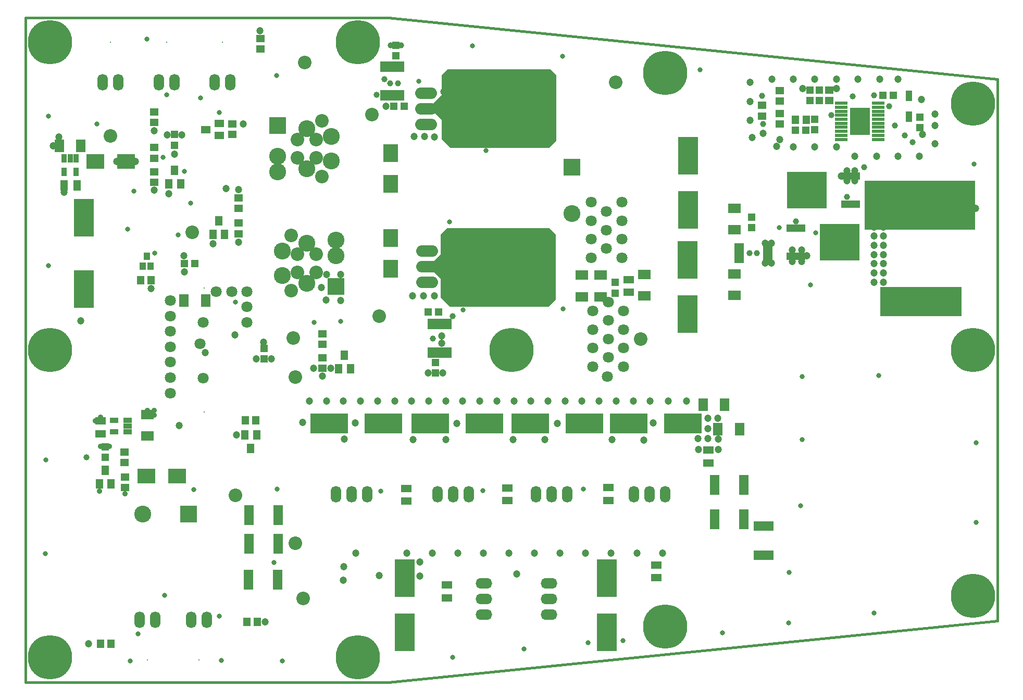
<source format=gts>
G04 Layer_Color=8388736*
%FSLAX44Y44*%
%MOMM*%
G71*
G01*
G75*
%ADD38C,0.4000*%
%ADD71R,18.0000X8.0000*%
%ADD72R,1.5032X2.1032*%
%ADD73R,2.1032X1.5032*%
%ADD74R,1.2032X1.2032*%
%ADD75R,1.7032X1.2032*%
%ADD76R,6.2032X3.2032*%
%ADD77R,3.2032X6.2032*%
%ADD78R,1.2032X1.2032*%
%ADD79R,1.2032X1.7032*%
%ADD80R,3.0032X2.4032*%
%ADD81R,1.2192X1.6256*%
%ADD82R,1.0160X1.8034*%
%ADD83R,2.4032X3.0032*%
%ADD84R,13.2032X4.7032*%
%ADD85R,3.1032X1.3032*%
%ADD86R,6.4032X5.9032*%
%ADD87R,1.6256X1.2192*%
%ADD88R,1.0032X1.2032*%
%ADD89R,1.3208X1.2192*%
%ADD90R,1.2192X1.3208*%
%ADD91R,1.6256X3.2766*%
%ADD92R,1.3208X0.8636*%
%ADD93R,2.1032X0.6232*%
%ADD94R,3.2032X4.4032*%
%ADD95R,0.6432X1.7532*%
%ADD96R,0.8636X1.3208*%
%ADD97R,3.2766X1.6256*%
%ADD98C,2.7432*%
%ADD99R,2.7432X2.7432*%
%ADD100C,2.2032*%
%ADD101C,0.2032*%
%ADD102O,1.7032X2.7032*%
%ADD103O,2.7032X1.7032*%
%ADD104C,7.2032*%
%ADD105R,2.7432X2.7432*%
%ADD106C,3.5052*%
%ADD107O,3.5560X1.8796*%
%ADD108C,0.8032*%
%ADD109C,0.9032*%
%ADD110C,1.0032*%
%ADD111C,1.2032*%
%ADD112C,1.8032*%
G36*
X1072000Y988000D02*
Y882000D01*
X1060000Y870000D01*
X900000D01*
X885000Y885000D01*
X885000Y915000D01*
X871000Y929000D01*
Y942000D01*
X885000Y956000D01*
Y988000D01*
X895000Y998000D01*
X1062000D01*
X1072000Y988000D01*
D02*
G37*
G36*
X1073000Y1246000D02*
Y1140000D01*
X1061000Y1128000D01*
X901000D01*
X886000Y1143000D01*
X886000Y1174000D01*
X872000Y1188000D01*
X872000Y1200000D01*
X886000Y1214000D01*
Y1246000D01*
X896000Y1256000D01*
X1063000D01*
X1073000Y1246000D01*
D02*
G37*
D38*
X1790000Y360000D02*
Y1240000D01*
X800000Y1340000D02*
X1790000Y1240000D01*
X210000Y1340000D02*
X800000D01*
Y260000D02*
X1790000Y360000D01*
X210000Y260000D02*
X800000D01*
X210000D02*
Y1340000D01*
D71*
X1664000Y1035000D02*
D03*
D72*
X467500Y880000D02*
D03*
X502500D02*
D03*
X1335250Y671500D02*
D03*
X1370250D02*
D03*
X1311500Y711000D02*
D03*
X1346500D02*
D03*
X264500Y1132000D02*
D03*
X299500D02*
D03*
D73*
X1114000Y921500D02*
D03*
Y886500D02*
D03*
X1145000Y921500D02*
D03*
Y886500D02*
D03*
X407750Y695250D02*
D03*
Y660250D02*
D03*
X1362000Y923500D02*
D03*
Y888500D02*
D03*
X1216000Y922500D02*
D03*
Y887500D02*
D03*
X1362000Y995500D02*
D03*
Y1030500D02*
D03*
D74*
X339000Y625500D02*
D03*
Y642500D02*
D03*
X1168000Y909500D02*
D03*
Y892500D02*
D03*
X1390000Y1015500D02*
D03*
Y998500D02*
D03*
X1664000Y1178500D02*
D03*
Y1161500D02*
D03*
X812250Y1278250D02*
D03*
Y1295250D02*
D03*
X1500000Y1222500D02*
D03*
Y1205500D02*
D03*
X1485000D02*
D03*
Y1222500D02*
D03*
X1493000Y1175000D02*
D03*
Y1158000D02*
D03*
X876250Y762500D02*
D03*
Y779500D02*
D03*
X597250Y802750D02*
D03*
Y785750D02*
D03*
X452000Y1150000D02*
D03*
Y1133000D02*
D03*
D75*
X332000Y663750D02*
D03*
Y684750D02*
D03*
X993250Y554750D02*
D03*
Y575750D02*
D03*
X1157250Y555250D02*
D03*
Y576250D02*
D03*
X828500Y554000D02*
D03*
Y575000D02*
D03*
X1235000Y429500D02*
D03*
Y450500D02*
D03*
X895000Y397000D02*
D03*
Y418000D02*
D03*
X1190000Y893500D02*
D03*
Y914500D02*
D03*
X1320000Y616500D02*
D03*
Y637500D02*
D03*
D76*
X1190000Y680750D02*
D03*
X1278000D02*
D03*
X1030500D02*
D03*
X1118500D02*
D03*
X867500D02*
D03*
X955500D02*
D03*
X703750D02*
D03*
X791750D02*
D03*
D77*
X1155000Y429000D02*
D03*
Y341000D02*
D03*
X826500Y429000D02*
D03*
Y341000D02*
D03*
X1286000Y946000D02*
D03*
Y858000D02*
D03*
X1287000Y1028000D02*
D03*
Y1116000D02*
D03*
X305000Y899000D02*
D03*
Y1015000D02*
D03*
D78*
X825250Y1196250D02*
D03*
X808250D02*
D03*
X1603500Y1214000D02*
D03*
X1620500D02*
D03*
X485000Y940500D02*
D03*
X468000D02*
D03*
X1461500Y1157000D02*
D03*
X1478500D02*
D03*
X881500Y862000D02*
D03*
X864500D02*
D03*
D79*
X293750Y1067750D02*
D03*
X272750D02*
D03*
D80*
X406000Y595000D02*
D03*
X456000D02*
D03*
X373250Y1106500D02*
D03*
X323250D02*
D03*
D81*
X339500Y604676D02*
D03*
X349152Y582500D02*
D03*
X330000D02*
D03*
X524000Y1009926D02*
D03*
X533652Y987750D02*
D03*
X514500D02*
D03*
X728250Y791676D02*
D03*
X737902Y769500D02*
D03*
X718750D02*
D03*
X452250Y1091926D02*
D03*
X461902Y1069750D02*
D03*
X442750D02*
D03*
X576000Y639574D02*
D03*
X566348Y661750D02*
D03*
X585500D02*
D03*
D82*
X1646000Y1178982D02*
D03*
Y1213000D02*
D03*
D83*
X803000Y1070000D02*
D03*
Y1120000D02*
D03*
Y982000D02*
D03*
Y932000D02*
D03*
D84*
X1665000Y1049000D02*
D03*
Y879000D02*
D03*
D85*
X1462000Y998360D02*
D03*
Y952640D02*
D03*
X1551000Y1037000D02*
D03*
Y1082720D02*
D03*
D86*
X1533000Y975500D02*
D03*
X1480000Y1059860D02*
D03*
D87*
X503074Y1158250D02*
D03*
X525250Y1167902D02*
D03*
Y1148750D02*
D03*
D88*
X400500Y936500D02*
D03*
X413500D02*
D03*
X407000Y952500D02*
D03*
D89*
X371000Y634136D02*
D03*
Y617000D02*
D03*
X371250Y593386D02*
D03*
Y576250D02*
D03*
X1407000Y1180364D02*
D03*
Y1197500D02*
D03*
X1436000Y1167364D02*
D03*
Y1184500D02*
D03*
X556500Y1047136D02*
D03*
Y1030000D02*
D03*
X1516000Y1205364D02*
D03*
Y1222500D02*
D03*
X1436000Y1204364D02*
D03*
Y1221500D02*
D03*
X556250Y1006136D02*
D03*
Y989000D02*
D03*
X546250Y1167136D02*
D03*
Y1150000D02*
D03*
X591500Y1289364D02*
D03*
Y1306500D02*
D03*
X692750Y826136D02*
D03*
Y809000D02*
D03*
Y787386D02*
D03*
Y770250D02*
D03*
X418750Y1128886D02*
D03*
Y1111750D02*
D03*
X418750Y1089386D02*
D03*
Y1072250D02*
D03*
Y1186886D02*
D03*
Y1169750D02*
D03*
D90*
X349136Y322500D02*
D03*
X332000D02*
D03*
X1478636Y1174000D02*
D03*
X1461500D02*
D03*
X567364Y685750D02*
D03*
X584500D02*
D03*
X569364Y357750D02*
D03*
X586500D02*
D03*
X396864Y913250D02*
D03*
X414000D02*
D03*
D91*
X1377372Y525000D02*
D03*
X1330250D02*
D03*
X1377372Y580250D02*
D03*
X1330250D02*
D03*
X573128Y531250D02*
D03*
X620250D02*
D03*
X573378Y484500D02*
D03*
X620500D02*
D03*
X1416622Y957000D02*
D03*
X1369500D02*
D03*
X572128Y426500D02*
D03*
X619250D02*
D03*
D92*
X376000Y666750D02*
D03*
X353824D02*
D03*
X376000Y676250D02*
D03*
Y685902D02*
D03*
X353824D02*
D03*
D93*
X1536000Y1201000D02*
D03*
Y1194396D02*
D03*
Y1187792D02*
D03*
Y1181442D02*
D03*
Y1174838D02*
D03*
Y1168488D02*
D03*
Y1161884D02*
D03*
Y1155280D02*
D03*
Y1148930D02*
D03*
Y1142326D02*
D03*
X1596000Y1142326D02*
D03*
Y1148930D02*
D03*
Y1155280D02*
D03*
Y1161884D02*
D03*
Y1168488D02*
D03*
Y1174838D02*
D03*
Y1181442D02*
D03*
Y1187792D02*
D03*
Y1194396D02*
D03*
Y1201000D02*
D03*
D94*
X1566000Y1171650D02*
D03*
D95*
X822000Y1260250D02*
D03*
X815500D02*
D03*
X809000D02*
D03*
X802500D02*
D03*
X796000D02*
D03*
X789500D02*
D03*
X822000Y1213750D02*
D03*
X815500D02*
D03*
X809000D02*
D03*
X802500D02*
D03*
X796000D02*
D03*
X789500D02*
D03*
X866750Y795500D02*
D03*
X873250D02*
D03*
X879750D02*
D03*
X886250D02*
D03*
X892750D02*
D03*
X899250D02*
D03*
X866750Y842000D02*
D03*
X873250D02*
D03*
X879750D02*
D03*
X886250D02*
D03*
X892750D02*
D03*
X899250D02*
D03*
D96*
X292000Y1111500D02*
D03*
Y1089324D02*
D03*
X282500Y1111500D02*
D03*
X272848D02*
D03*
Y1089324D02*
D03*
D97*
X1409250Y513622D02*
D03*
Y466500D02*
D03*
D98*
X1098000Y1022000D02*
D03*
X707000Y1147000D02*
D03*
Y1107000D02*
D03*
X667000Y1094500D02*
D03*
Y1159500D02*
D03*
X619500Y1114500D02*
D03*
Y1089500D02*
D03*
X627000Y921000D02*
D03*
Y961000D02*
D03*
X667000Y973500D02*
D03*
Y908500D02*
D03*
X714500Y953500D02*
D03*
Y978500D02*
D03*
X400000Y533000D02*
D03*
D99*
X1098000Y1097000D02*
D03*
X619500Y1164500D02*
D03*
X714500Y903500D02*
D03*
D100*
X648500Y756250D02*
D03*
X645000Y819000D02*
D03*
X481000Y991000D02*
D03*
X692000Y1172000D02*
D03*
Y1082000D02*
D03*
X652000Y1142000D02*
D03*
X682000D02*
D03*
Y1112000D02*
D03*
X652000D02*
D03*
X642000Y896000D02*
D03*
Y986000D02*
D03*
X682000Y926000D02*
D03*
X652000D02*
D03*
Y956000D02*
D03*
X682000D02*
D03*
X551000Y564000D02*
D03*
X648500Y485750D02*
D03*
X1169000Y1235000D02*
D03*
X772500Y1182500D02*
D03*
X1210000Y818000D02*
D03*
X664000Y1267000D02*
D03*
X785000Y855000D02*
D03*
X347500Y1148250D02*
D03*
X661250Y396250D02*
D03*
D101*
X530000Y1300000D02*
D03*
X492000Y296000D02*
D03*
X439500Y1300000D02*
D03*
X408000Y296000D02*
D03*
X348000Y1300000D02*
D03*
X500000Y699000D02*
D03*
Y901000D02*
D03*
D102*
X517300Y1235000D02*
D03*
X542700D02*
D03*
X504700Y361000D02*
D03*
X479300D02*
D03*
X426800Y1235000D02*
D03*
X452200D02*
D03*
X420700Y361000D02*
D03*
X395300D02*
D03*
X1199200Y565000D02*
D03*
X1250000D02*
D03*
X1224600D02*
D03*
X1039200D02*
D03*
X1090000D02*
D03*
X1064600D02*
D03*
X879200D02*
D03*
X930000D02*
D03*
X904600D02*
D03*
X714200D02*
D03*
X765000D02*
D03*
X739600D02*
D03*
X335300Y1235000D02*
D03*
X360700D02*
D03*
D103*
X1061000Y420400D02*
D03*
Y369600D02*
D03*
Y395000D02*
D03*
X955000Y420800D02*
D03*
Y370000D02*
D03*
Y395400D02*
D03*
D104*
X1000000Y800000D02*
D03*
X250000D02*
D03*
Y300000D02*
D03*
X750000D02*
D03*
X1250000Y350000D02*
D03*
X1750000Y400000D02*
D03*
Y800000D02*
D03*
Y1200000D02*
D03*
X1250000Y1250000D02*
D03*
X750000Y1300000D02*
D03*
X250000D02*
D03*
D105*
X475000Y533000D02*
D03*
D106*
X1021260Y1192250D02*
D03*
X1022510Y935500D02*
D03*
D107*
X861000Y1166850D02*
D03*
Y1192250D02*
D03*
Y1217650D02*
D03*
X862250Y910100D02*
D03*
Y935500D02*
D03*
Y960900D02*
D03*
D108*
X1566000Y1171650D02*
D03*
Y1179150D02*
D03*
Y1186650D02*
D03*
X1576000D02*
D03*
Y1179150D02*
D03*
Y1171650D02*
D03*
Y1164150D02*
D03*
Y1156650D02*
D03*
X1566000D02*
D03*
Y1164150D02*
D03*
X1556000Y1156650D02*
D03*
Y1164150D02*
D03*
Y1171650D02*
D03*
Y1179150D02*
D03*
Y1186650D02*
D03*
X1486000Y906000D02*
D03*
X1494000Y990000D02*
D03*
X1435000Y999000D02*
D03*
X393000Y338000D02*
D03*
X525000Y367000D02*
D03*
X433000Y1113000D02*
D03*
X468000Y1090000D02*
D03*
X420000Y957000D02*
D03*
X326000Y1167000D02*
D03*
X386000Y1058000D02*
D03*
X439000Y1215000D02*
D03*
X618000Y1246000D02*
D03*
X525000Y1186000D02*
D03*
X849000Y1237000D02*
D03*
X722000Y846000D02*
D03*
X679000Y845000D02*
D03*
X551000Y878000D02*
D03*
X458000Y987000D02*
D03*
X494000Y1210000D02*
D03*
X478000Y1039000D02*
D03*
X1306000Y1255000D02*
D03*
X1752000Y1102000D02*
D03*
X1084000Y867000D02*
D03*
X614000Y454000D02*
D03*
X376000Y996000D02*
D03*
X247000Y1180000D02*
D03*
Y937000D02*
D03*
X407000Y1305000D02*
D03*
X936000Y1294000D02*
D03*
X1083000Y1277000D02*
D03*
X899000Y1008000D02*
D03*
X958000Y1124000D02*
D03*
X921000Y865000D02*
D03*
X1117000Y574000D02*
D03*
X953000Y571000D02*
D03*
X787000Y570000D02*
D03*
X619000Y574000D02*
D03*
X483000Y573000D02*
D03*
X436000Y401000D02*
D03*
X243000Y621000D02*
D03*
X242000Y469000D02*
D03*
X380000Y294000D02*
D03*
X528000Y295000D02*
D03*
X627000Y294000D02*
D03*
X904000Y300000D02*
D03*
X1020000Y314000D02*
D03*
X1124000Y324000D02*
D03*
X1181000Y327000D02*
D03*
X1343000Y340000D02*
D03*
X1755000Y649000D02*
D03*
Y520000D02*
D03*
X1589000Y372000D02*
D03*
X1450000Y356000D02*
D03*
X1451000Y438000D02*
D03*
X1470000Y547000D02*
D03*
X1472000Y654000D02*
D03*
X1597000Y758000D02*
D03*
X1472000Y757000D02*
D03*
D109*
X419000Y694000D02*
D03*
Y702000D02*
D03*
X332000Y643000D02*
D03*
X371250Y566250D02*
D03*
X330000Y570000D02*
D03*
X346000Y643000D02*
D03*
X323250Y684750D02*
D03*
X332000Y691000D02*
D03*
X407750Y702000D02*
D03*
D110*
X1614000Y1196000D02*
D03*
X1573000Y1097000D02*
D03*
X1462000Y1009000D02*
D03*
X793250Y1240000D02*
D03*
X780250Y1215000D02*
D03*
X802500Y1233500D02*
D03*
X803500Y1295250D02*
D03*
X820750D02*
D03*
X872250Y818500D02*
D03*
X309250Y625750D02*
D03*
X1554000Y1212000D02*
D03*
X1623000Y1165000D02*
D03*
X1399000Y957500D02*
D03*
X1387000D02*
D03*
X1589000Y1214000D02*
D03*
X1519558Y1181442D02*
D03*
X1407000Y1213000D02*
D03*
X904000Y855250D02*
D03*
X815500Y1233000D02*
D03*
X1639000Y1149000D02*
D03*
X1408516Y1167362D02*
D03*
X1545250Y1048500D02*
D03*
X1652000Y1138000D02*
D03*
D111*
X264000Y1146000D02*
D03*
X255000Y1132000D02*
D03*
X536000Y1062000D02*
D03*
X1456000Y962000D02*
D03*
X1471000D02*
D03*
X1412000Y941000D02*
D03*
X1480000Y953000D02*
D03*
X1456000Y944000D02*
D03*
X1558000Y1075000D02*
D03*
Y1091000D02*
D03*
Y1115000D02*
D03*
X1593000D02*
D03*
X413750Y899750D02*
D03*
X300000Y847000D02*
D03*
X418750Y1060000D02*
D03*
X272750Y1056250D02*
D03*
X358250Y1106500D02*
D03*
X388250D02*
D03*
X418750Y1156250D02*
D03*
X459250Y677250D02*
D03*
X502250Y796000D02*
D03*
X585000Y785750D02*
D03*
X609500D02*
D03*
X705750Y770250D02*
D03*
X692750Y757500D02*
D03*
X678500Y770250D02*
D03*
X597000Y812250D02*
D03*
X886250Y810750D02*
D03*
X886250Y823000D02*
D03*
X888250Y762500D02*
D03*
X864000D02*
D03*
X552750Y661750D02*
D03*
X599750Y357750D02*
D03*
X591250Y1319000D02*
D03*
X563500Y1167500D02*
D03*
X796000Y1196000D02*
D03*
X1391000Y1145000D02*
D03*
X1493000Y1130000D02*
D03*
X1545000Y1091000D02*
D03*
Y1075000D02*
D03*
X1536000Y1083000D02*
D03*
X671250Y716750D02*
D03*
X746000Y681000D02*
D03*
X911000Y680250D02*
D03*
X1074750Y680500D02*
D03*
X1229750Y681250D02*
D03*
X660000Y682000D02*
D03*
X840000Y654500D02*
D03*
X1002750D02*
D03*
X1163250D02*
D03*
X1054250Y654000D02*
D03*
X1214750Y653500D02*
D03*
X893250Y654500D02*
D03*
X728250Y655250D02*
D03*
X698950Y716750D02*
D03*
X726650D02*
D03*
X754350D02*
D03*
X837450D02*
D03*
X865150D02*
D03*
X892850D02*
D03*
X920550D02*
D03*
X1003650D02*
D03*
X1031350D02*
D03*
X1059050D02*
D03*
X1086750D02*
D03*
X1169850D02*
D03*
X1197550D02*
D03*
X1225250D02*
D03*
X782050D02*
D03*
X809750D02*
D03*
X948250D02*
D03*
X975950D02*
D03*
X1114450D02*
D03*
X1142150D02*
D03*
X726000Y425750D02*
D03*
X727250Y448000D02*
D03*
X746750Y469500D02*
D03*
X784500Y433000D02*
D03*
X829788Y469500D02*
D03*
X871308D02*
D03*
X912827D02*
D03*
X954346D02*
D03*
X995865D02*
D03*
X1037384D02*
D03*
X1078904D02*
D03*
X1120423D02*
D03*
X1161942D02*
D03*
X1203461D02*
D03*
X1244981D02*
D03*
X1008000Y436000D02*
D03*
X851000Y455000D02*
D03*
X850750Y432750D02*
D03*
X312000Y322500D02*
D03*
X874750Y1146500D02*
D03*
X858250Y1147000D02*
D03*
X841750Y1147250D02*
D03*
X721750Y923000D02*
D03*
X699250D02*
D03*
X690750Y901500D02*
D03*
X698500Y880750D02*
D03*
X722500Y880250D02*
D03*
X874500Y888000D02*
D03*
X856500D02*
D03*
X839000Y887750D02*
D03*
X890000Y1220000D02*
D03*
X910000D02*
D03*
Y1200000D02*
D03*
Y1180000D02*
D03*
Y1160000D02*
D03*
X930000Y1210000D02*
D03*
Y1190000D02*
D03*
Y1170000D02*
D03*
X950000Y1220000D02*
D03*
Y1200000D02*
D03*
Y1180000D02*
D03*
Y1160000D02*
D03*
X930000Y1230000D02*
D03*
X931000Y972000D02*
D03*
X951000Y902000D02*
D03*
Y922000D02*
D03*
Y942000D02*
D03*
Y962000D02*
D03*
X931000Y912000D02*
D03*
Y932000D02*
D03*
Y952000D02*
D03*
X911000Y902000D02*
D03*
Y922000D02*
D03*
Y942000D02*
D03*
Y962000D02*
D03*
X891000D02*
D03*
X1304000Y638000D02*
D03*
X1303000Y656000D02*
D03*
X1336000Y638000D02*
D03*
Y655000D02*
D03*
X1335000Y689000D02*
D03*
X1319000D02*
D03*
Y672000D02*
D03*
Y656000D02*
D03*
X1255000Y717000D02*
D03*
X1284000D02*
D03*
X1412250Y973500D02*
D03*
X1422250D02*
D03*
X1422000Y941250D02*
D03*
X1508000Y953000D02*
D03*
X1523000D02*
D03*
Y968000D02*
D03*
X1538000Y983000D02*
D03*
Y968000D02*
D03*
Y953000D02*
D03*
X1553000D02*
D03*
Y968000D02*
D03*
Y983000D02*
D03*
Y998000D02*
D03*
X1589000Y910000D02*
D03*
Y925000D02*
D03*
Y940000D02*
D03*
Y955000D02*
D03*
Y970000D02*
D03*
Y985000D02*
D03*
X1634000Y1030000D02*
D03*
X1649000D02*
D03*
X1664000D02*
D03*
X1679000D02*
D03*
X1694000D02*
D03*
X1709000D02*
D03*
X1724000D02*
D03*
X1739000D02*
D03*
X1754000D02*
D03*
X1604000Y1000000D02*
D03*
Y985000D02*
D03*
Y970000D02*
D03*
Y955000D02*
D03*
Y940000D02*
D03*
Y925000D02*
D03*
Y910000D02*
D03*
X1409000Y1152000D02*
D03*
X1388000Y1173000D02*
D03*
Y1204000D02*
D03*
Y1235000D02*
D03*
X1431000Y1131000D02*
D03*
X1458000Y1130000D02*
D03*
X1528000D02*
D03*
X1663000Y1115000D02*
D03*
X1688000Y1135000D02*
D03*
Y1165000D02*
D03*
Y1183000D02*
D03*
X1666000Y1207000D02*
D03*
X1628000Y1240000D02*
D03*
X1598000D02*
D03*
X1563000D02*
D03*
X1528000D02*
D03*
X1493000D02*
D03*
X1458000D02*
D03*
X1423000D02*
D03*
X1668000Y1150000D02*
D03*
X1473000Y1225000D02*
D03*
X1528000D02*
D03*
X1589000Y1000000D02*
D03*
X1538000Y998000D02*
D03*
X1523000Y983000D02*
D03*
X1604000Y1030000D02*
D03*
Y1015000D02*
D03*
X1628000Y1115000D02*
D03*
X1508000Y968000D02*
D03*
Y983000D02*
D03*
X1523000Y998000D02*
D03*
X1508000D02*
D03*
X1619000Y1030000D02*
D03*
X1589000Y1015000D02*
D03*
X1471000Y944000D02*
D03*
X1436000Y1142326D02*
D03*
X452250Y1118500D02*
D03*
X440000Y1149500D02*
D03*
X464000D02*
D03*
X442750Y1054000D02*
D03*
X556500Y1060750D02*
D03*
X556250Y975250D02*
D03*
X514500Y972250D02*
D03*
X467500Y953500D02*
D03*
X468000Y927250D02*
D03*
X550250Y824000D02*
D03*
D112*
X1129000Y1040000D02*
D03*
Y1010000D02*
D03*
Y980000D02*
D03*
Y950000D02*
D03*
X1154000Y1025000D02*
D03*
Y995000D02*
D03*
Y965000D02*
D03*
X1179000Y1040000D02*
D03*
Y1010000D02*
D03*
Y980000D02*
D03*
Y950000D02*
D03*
X1156000Y757000D02*
D03*
X1132000Y863000D02*
D03*
Y833000D02*
D03*
Y803000D02*
D03*
Y773000D02*
D03*
X1157000Y878000D02*
D03*
Y848000D02*
D03*
Y818000D02*
D03*
Y788000D02*
D03*
X1182000Y773000D02*
D03*
Y803000D02*
D03*
Y833000D02*
D03*
Y863000D02*
D03*
X445000Y880000D02*
D03*
Y855000D02*
D03*
Y830000D02*
D03*
Y805000D02*
D03*
Y780000D02*
D03*
Y755000D02*
D03*
Y730000D02*
D03*
X570000Y845000D02*
D03*
Y870000D02*
D03*
Y895000D02*
D03*
X545000D02*
D03*
X520000D02*
D03*
X498250Y753750D02*
D03*
Y844500D02*
D03*
X493500Y809750D02*
D03*
M02*

</source>
